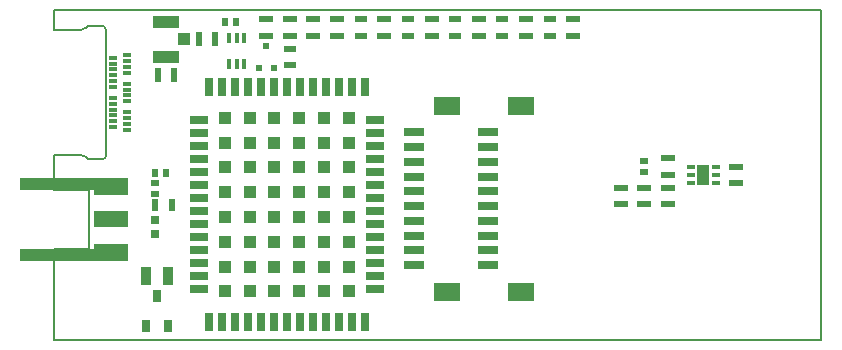
<source format=gtp>
G04*
G04 #@! TF.GenerationSoftware,Altium Limited,Altium Designer,21.9.2 (33)*
G04*
G04 Layer_Color=8421504*
%FSLAX44Y44*%
%MOMM*%
G71*
G04*
G04 #@! TF.SameCoordinates,5C5C66F8-9FC8-4E62-95D0-8360453F7E55*
G04*
G04*
G04 #@! TF.FilePolarity,Positive*
G04*
G01*
G75*
%ADD10C,0.2000*%
%ADD16R,0.5000X0.6500*%
%ADD17R,0.6500X0.5000*%
%ADD18R,0.6000X0.6000*%
%ADD19R,1.2000X0.5500*%
%ADD20R,0.7000X0.8000*%
%ADD21R,2.9200X1.3500*%
%ADD22R,0.5500X1.2000*%
%ADD23R,0.8000X0.3000*%
%ADD24R,1.0000X0.5500*%
%ADD25R,1.1000X1.7000*%
%ADD26R,0.6500X0.3500*%
%ADD27R,1.5000X0.8000*%
%ADD28R,0.8000X1.5000*%
%ADD29R,1.1000X1.1000*%
%ADD30R,2.2000X1.6000*%
%ADD31R,1.8000X0.7000*%
%ADD32R,0.5500X1.0000*%
%ADD33R,0.8000X1.0000*%
%ADD34R,0.9000X1.5000*%
%ADD35R,0.3500X0.8500*%
%ADD36R,1.0500X1.0000*%
%ADD37R,2.2000X1.0500*%
G36*
X63000Y137850D02*
Y123350D01*
X33800D01*
Y127250D01*
X-28400D01*
Y137850D01*
X63000D01*
D02*
G37*
G36*
X33800Y77750D02*
Y81650D01*
X63000D01*
Y67150D01*
X-28400D01*
Y77750D01*
X33800D01*
D02*
G37*
D10*
X23234Y262975D02*
G03*
X27344Y264678I0J5812D01*
G01*
X28985Y266319D02*
G03*
X29050Y266475I-156J156D01*
G01*
X43121Y265597D02*
G03*
X41000Y266475I-2121J-2121D01*
G01*
X44000Y263475D02*
G03*
X43121Y265597I-3000J0D01*
G01*
X43543Y154801D02*
G03*
X44000Y155903I-1103J1103D01*
G01*
X41000Y153500D02*
G03*
X43121Y154379I0J3000D01*
G01*
X29050Y153500D02*
G03*
X28985Y153656I-221J0D01*
G01*
X27344Y155298D02*
G03*
X23234Y157000I-4110J-4110D01*
G01*
X0Y262975D02*
Y280000D01*
X44000Y263475D02*
X44000Y155903D01*
X0Y262975D02*
X23234D01*
X27344Y264678D02*
X28985Y266319D01*
X29050Y266475D02*
X41000D01*
X43121Y265597D02*
Y265597D01*
Y154379D02*
X43543Y154801D01*
X29050Y153500D02*
X41000D01*
X27344Y155298D02*
X28985Y153656D01*
X0Y157000D02*
X23234D01*
X0Y127250D02*
Y156975D01*
Y127250D02*
X30000D01*
Y77750D02*
Y127250D01*
X0Y77750D02*
X30000D01*
X0Y0D02*
Y77750D01*
Y280000D02*
X650000D01*
Y0D02*
Y280000D01*
X0Y0D02*
X650000D01*
D16*
X86000Y141750D02*
D03*
X95000D02*
D03*
X145500Y270000D02*
D03*
X154500D02*
D03*
D17*
X86000Y124000D02*
D03*
Y133000D02*
D03*
X500000Y143000D02*
D03*
Y152000D02*
D03*
D18*
X173500Y230750D02*
D03*
X186500D02*
D03*
X180000Y249250D02*
D03*
D19*
X240000Y258000D02*
D03*
Y272000D02*
D03*
X200000D02*
D03*
Y258000D02*
D03*
X220000Y272000D02*
D03*
Y258000D02*
D03*
X520000Y115500D02*
D03*
Y129500D02*
D03*
Y140500D02*
D03*
Y154500D02*
D03*
X400000Y258000D02*
D03*
Y272000D02*
D03*
X280000Y258000D02*
D03*
Y272000D02*
D03*
X320000Y258000D02*
D03*
Y272000D02*
D03*
X360000Y258000D02*
D03*
Y272000D02*
D03*
X480000Y129500D02*
D03*
Y115500D02*
D03*
X500000D02*
D03*
Y129500D02*
D03*
X577500Y147000D02*
D03*
Y133000D02*
D03*
X440000Y272000D02*
D03*
Y258000D02*
D03*
X180000D02*
D03*
Y272000D02*
D03*
D20*
X86000Y89750D02*
D03*
Y102250D02*
D03*
D21*
X48400Y102500D02*
D03*
D22*
X102000Y225000D02*
D03*
X88000D02*
D03*
X123000Y255000D02*
D03*
X137000D02*
D03*
D23*
X62000Y241500D02*
D03*
Y236500D02*
D03*
Y231500D02*
D03*
Y226500D02*
D03*
Y217500D02*
D03*
Y212500D02*
D03*
Y207500D02*
D03*
Y202500D02*
D03*
Y193500D02*
D03*
Y188500D02*
D03*
Y183500D02*
D03*
Y178500D02*
D03*
X50000Y180500D02*
D03*
Y185500D02*
D03*
Y190500D02*
D03*
Y195500D02*
D03*
Y200500D02*
D03*
Y205500D02*
D03*
Y214500D02*
D03*
Y219500D02*
D03*
Y224500D02*
D03*
Y229500D02*
D03*
Y234500D02*
D03*
Y239500D02*
D03*
D24*
X380000Y272000D02*
D03*
Y258000D02*
D03*
X260000D02*
D03*
Y272000D02*
D03*
X300000Y258000D02*
D03*
Y272000D02*
D03*
X340000Y258000D02*
D03*
Y272000D02*
D03*
X420000D02*
D03*
Y258000D02*
D03*
X200000Y247000D02*
D03*
Y233000D02*
D03*
D25*
X550000Y140000D02*
D03*
D26*
X560500Y146500D02*
D03*
Y140000D02*
D03*
Y133500D02*
D03*
X539500D02*
D03*
Y140000D02*
D03*
Y146500D02*
D03*
D27*
X123000Y186500D02*
D03*
Y175500D02*
D03*
Y164500D02*
D03*
Y153500D02*
D03*
Y142500D02*
D03*
Y131500D02*
D03*
Y120500D02*
D03*
Y109500D02*
D03*
Y98500D02*
D03*
Y87500D02*
D03*
Y76500D02*
D03*
Y65500D02*
D03*
Y54500D02*
D03*
Y43500D02*
D03*
X272000D02*
D03*
Y54500D02*
D03*
Y65500D02*
D03*
Y76500D02*
D03*
Y87500D02*
D03*
Y98500D02*
D03*
Y109500D02*
D03*
Y120500D02*
D03*
Y131500D02*
D03*
Y142500D02*
D03*
Y153500D02*
D03*
Y164500D02*
D03*
Y175500D02*
D03*
Y186500D02*
D03*
D28*
X131500Y15500D02*
D03*
X142500D02*
D03*
X153500D02*
D03*
X164500D02*
D03*
X175500D02*
D03*
X186500D02*
D03*
X197500D02*
D03*
X208500D02*
D03*
X219500D02*
D03*
X230500D02*
D03*
X241500D02*
D03*
X252500D02*
D03*
X263500D02*
D03*
Y214500D02*
D03*
X252500D02*
D03*
X241500D02*
D03*
X230500D02*
D03*
X219500D02*
D03*
X208500D02*
D03*
X197500D02*
D03*
X186500D02*
D03*
X175500D02*
D03*
X164500D02*
D03*
X153500D02*
D03*
X142500D02*
D03*
X131500D02*
D03*
D29*
X145000Y188500D02*
D03*
X166000D02*
D03*
X187000D02*
D03*
X208000D02*
D03*
X229000D02*
D03*
X250000D02*
D03*
Y167500D02*
D03*
X229000D02*
D03*
X208000D02*
D03*
X187000D02*
D03*
X166000D02*
D03*
X145000D02*
D03*
Y146500D02*
D03*
X166000D02*
D03*
X187000D02*
D03*
X208000D02*
D03*
X229000D02*
D03*
X250000D02*
D03*
Y125500D02*
D03*
X229000D02*
D03*
X208000D02*
D03*
X187000D02*
D03*
X166000D02*
D03*
X145000D02*
D03*
Y104500D02*
D03*
X166000D02*
D03*
X187000D02*
D03*
X208000D02*
D03*
X229000D02*
D03*
X250000D02*
D03*
Y83500D02*
D03*
X229000D02*
D03*
X208000D02*
D03*
X187000D02*
D03*
X166000D02*
D03*
X145000D02*
D03*
Y62500D02*
D03*
X166000D02*
D03*
X187000D02*
D03*
X208000D02*
D03*
X229000D02*
D03*
X250000D02*
D03*
Y41500D02*
D03*
X229000D02*
D03*
X208000D02*
D03*
X187000D02*
D03*
X166000D02*
D03*
X145000D02*
D03*
D30*
X395500Y41250D02*
D03*
Y198750D02*
D03*
X333000Y41250D02*
D03*
Y198750D02*
D03*
D31*
X367500Y63750D02*
D03*
Y76250D02*
D03*
Y88750D02*
D03*
Y101250D02*
D03*
Y113750D02*
D03*
Y126250D02*
D03*
Y138750D02*
D03*
Y151250D02*
D03*
Y163750D02*
D03*
Y176250D02*
D03*
X305000Y63750D02*
D03*
Y76250D02*
D03*
Y88750D02*
D03*
Y101250D02*
D03*
Y113750D02*
D03*
Y126250D02*
D03*
Y138750D02*
D03*
Y151250D02*
D03*
Y163750D02*
D03*
Y176250D02*
D03*
D32*
X86000Y115000D02*
D03*
X100000D02*
D03*
D33*
X87500Y38000D02*
D03*
X97000Y12000D02*
D03*
X78000D02*
D03*
D34*
X78500Y55000D02*
D03*
X96500D02*
D03*
D35*
X161500Y256000D02*
D03*
X155000D02*
D03*
X148500D02*
D03*
X161500Y234000D02*
D03*
X155000D02*
D03*
X148500D02*
D03*
D36*
X110250Y255000D02*
D03*
D37*
X95000Y240250D02*
D03*
Y269750D02*
D03*
M02*

</source>
